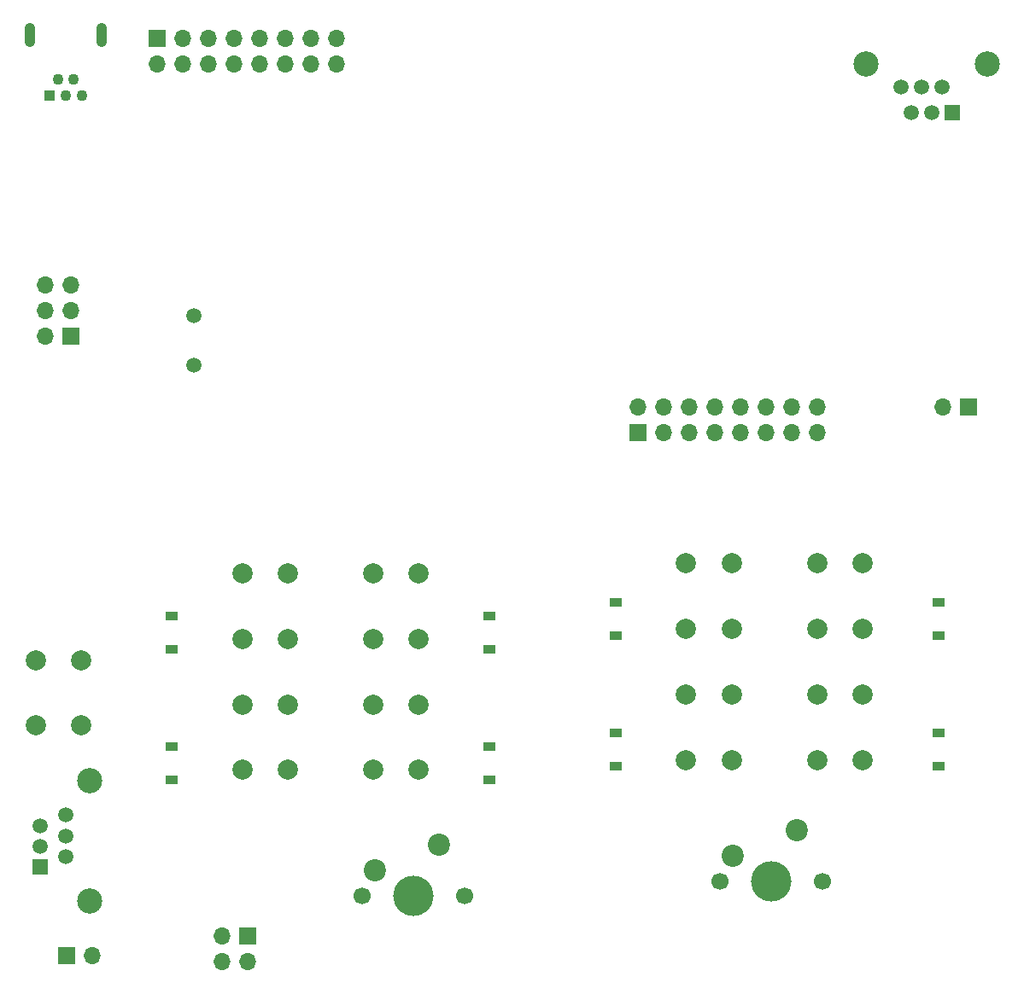
<source format=gbs>
%TF.GenerationSoftware,KiCad,Pcbnew,5.1.10-1.fc34*%
%TF.CreationDate,2021-06-27T19:23:10+03:00*%
%TF.ProjectId,poc,706f632e-6b69-4636-9164-5f7063625858,rev?*%
%TF.SameCoordinates,Original*%
%TF.FileFunction,Soldermask,Bot*%
%TF.FilePolarity,Negative*%
%FSLAX46Y46*%
G04 Gerber Fmt 4.6, Leading zero omitted, Abs format (unit mm)*
G04 Created by KiCad (PCBNEW 5.1.10-1.fc34) date 2021-06-27 19:23:10*
%MOMM*%
%LPD*%
G01*
G04 APERTURE LIST*
%ADD10O,1.700000X1.700000*%
%ADD11R,1.700000X1.700000*%
%ADD12C,2.000000*%
%ADD13C,1.700000*%
%ADD14C,4.000000*%
%ADD15C,2.200000*%
%ADD16C,2.500000*%
%ADD17C,1.520000*%
%ADD18R,1.520000X1.520000*%
%ADD19R,1.200000X0.900000*%
%ADD20R,1.100000X1.100000*%
%ADD21C,1.100000*%
%ADD22O,1.100000X2.400000*%
%ADD23C,1.500000*%
G04 APERTURE END LIST*
D10*
X102380000Y-61940000D03*
X102380000Y-59400000D03*
X99840000Y-61940000D03*
X99840000Y-59400000D03*
X97300000Y-61940000D03*
X97300000Y-59400000D03*
X94760000Y-61940000D03*
X94760000Y-59400000D03*
X92220000Y-61940000D03*
X92220000Y-59400000D03*
X89680000Y-61940000D03*
X89680000Y-59400000D03*
X87140000Y-61940000D03*
X87140000Y-59400000D03*
X84600000Y-61940000D03*
D11*
X84600000Y-59400000D03*
D10*
X90960000Y-151040000D03*
X93500000Y-151040000D03*
X90960000Y-148500000D03*
D11*
X93500000Y-148500000D03*
D12*
X106000000Y-112500000D03*
X110500000Y-112500000D03*
X106000000Y-119000000D03*
X110500000Y-119000000D03*
D13*
X150540000Y-143080000D03*
X140380000Y-143080000D03*
D14*
X145460000Y-143080000D03*
D15*
X141650000Y-140540000D03*
X148000000Y-138000000D03*
D10*
X150000000Y-95960000D03*
X150000000Y-98500000D03*
X147460000Y-95960000D03*
X147460000Y-98500000D03*
X144920000Y-95960000D03*
X144920000Y-98500000D03*
X142380000Y-95960000D03*
X142380000Y-98500000D03*
X139840000Y-95960000D03*
X139840000Y-98500000D03*
X137300000Y-95960000D03*
X137300000Y-98500000D03*
X134760000Y-95960000D03*
X134760000Y-98500000D03*
X132220000Y-95960000D03*
D11*
X132220000Y-98500000D03*
D10*
X162460000Y-96000000D03*
D11*
X165000000Y-96000000D03*
D16*
X154850000Y-61960000D03*
D17*
X158300000Y-64260000D03*
X159320000Y-66800000D03*
X160340000Y-64260000D03*
X161360000Y-66800000D03*
X162380000Y-64260000D03*
D16*
X166850000Y-61960000D03*
D18*
X163400000Y-66800000D03*
D19*
X86000000Y-116700000D03*
X86000000Y-120000000D03*
X86000000Y-133000000D03*
X86000000Y-129700000D03*
X117500000Y-116700000D03*
X117500000Y-120000000D03*
X117500000Y-129700000D03*
X117500000Y-133000000D03*
X130000000Y-118650000D03*
X130000000Y-115350000D03*
X130000000Y-131650000D03*
X130000000Y-128350000D03*
X162000000Y-118650000D03*
X162000000Y-115350000D03*
X162000000Y-128350000D03*
X162000000Y-131650000D03*
D20*
X73900000Y-65100000D03*
D21*
X74700000Y-63500000D03*
X75500000Y-65100000D03*
X76300000Y-63500000D03*
X77100000Y-65100000D03*
D22*
X71950000Y-59100000D03*
X79050000Y-59100000D03*
D18*
X73000000Y-141600000D03*
D16*
X77840000Y-145050000D03*
D17*
X75540000Y-140580000D03*
X73000000Y-139560000D03*
X75540000Y-138540000D03*
X73000000Y-137520000D03*
X75540000Y-136500000D03*
D16*
X77840000Y-133050000D03*
D11*
X76000000Y-89000000D03*
D10*
X73460000Y-89000000D03*
X76000000Y-86460000D03*
X73460000Y-86460000D03*
X76000000Y-83920000D03*
X73460000Y-83920000D03*
D12*
X72500000Y-121100000D03*
X77000000Y-121100000D03*
X72500000Y-127600000D03*
X77000000Y-127600000D03*
X97500000Y-119000000D03*
X93000000Y-119000000D03*
X97500000Y-112500000D03*
X93000000Y-112500000D03*
X93000000Y-125500000D03*
X97500000Y-125500000D03*
X93000000Y-132000000D03*
X97500000Y-132000000D03*
X106000000Y-125500000D03*
X110500000Y-125500000D03*
X106000000Y-132000000D03*
X110500000Y-132000000D03*
X137000000Y-111500000D03*
X141500000Y-111500000D03*
X137000000Y-118000000D03*
X141500000Y-118000000D03*
X137000000Y-124500000D03*
X141500000Y-124500000D03*
X137000000Y-131000000D03*
X141500000Y-131000000D03*
X154500000Y-118000000D03*
X150000000Y-118000000D03*
X154500000Y-111500000D03*
X150000000Y-111500000D03*
X154500000Y-131000000D03*
X150000000Y-131000000D03*
X154500000Y-124500000D03*
X150000000Y-124500000D03*
D15*
X112540000Y-139420000D03*
X106190000Y-141960000D03*
D14*
X110000000Y-144500000D03*
D13*
X104920000Y-144500000D03*
X115080000Y-144500000D03*
D23*
X88190000Y-91840000D03*
X88190000Y-86960000D03*
D11*
X75600000Y-150400000D03*
D10*
X78140000Y-150400000D03*
M02*

</source>
